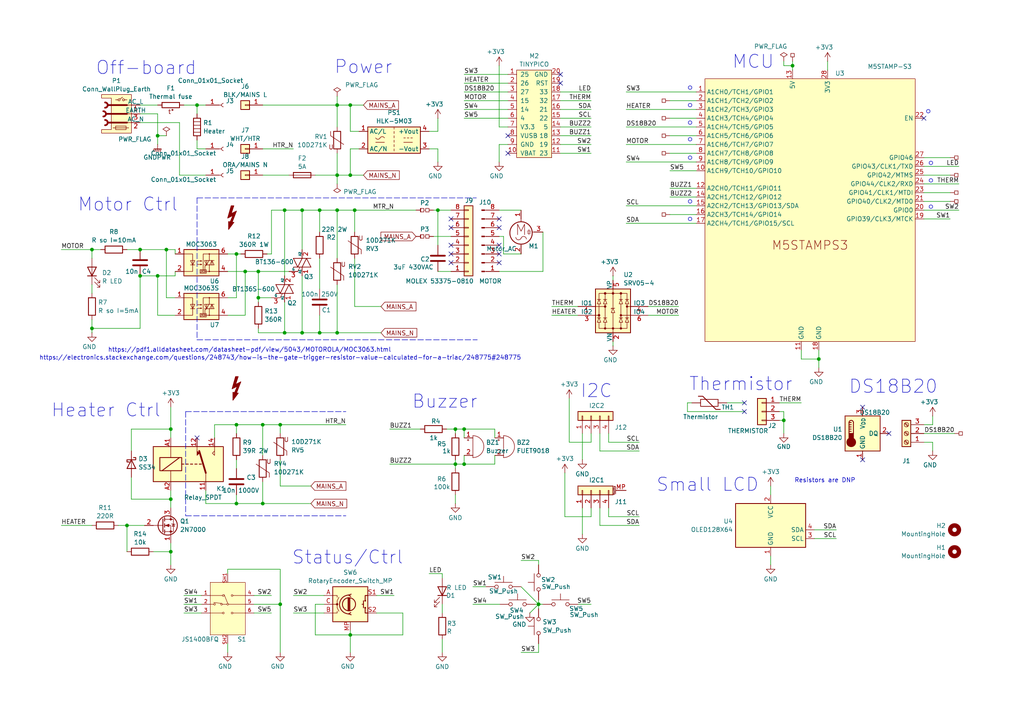
<source format=kicad_sch>
(kicad_sch (version 20231120) (generator "eeschema") (generator_version "8.0")
  (paper "A4")
  (title_block (title "Panoboard2") (date "2024-07-10") (rev "1.0c"))
  (junction (at 68.58 146.05))
  (junction (at 101.6 30.48))
  (junction (at 26.67 72.39))
  (junction (at 74.93 86.36))
  (junction (at 237.49 104.14))
  (junction (at 45.72 39.37))
  (junction (at 132.08 124.46))
  (junction (at 26.67 95.25))
  (junction (at 127 60.96))
  (junction (at 82.55 60.96))
  (junction (at 76.2 123.19))
  (junction (at 74.93 78.74))
  (junction (at 229.87 19.05))
  (junction (at 101.6 50.8))
  (junction (at 97.79 50.8))
  (junction (at 40.64 72.39))
  (junction (at 97.79 60.96))
  (junction (at 81.28 175.26))
  (junction (at 227.33 121.92))
  (junction (at 97.79 30.48))
  (junction (at 49.53 124.46))
  (junction (at 49.53 144.78))
  (junction (at 92.71 96.52))
  (junction (at 132.08 134.62))
  (junction (at 36.83 152.4))
  (junction (at 102.87 60.96))
  (junction (at 40.64 80.01))
  (junction (at 134.62 124.46))
  (junction (at 76.2 146.05))
  (junction (at 87.63 96.52))
  (junction (at 68.58 73.66))
  (junction (at 57.15 30.48))
  (junction (at 134.62 134.62))
  (junction (at 101.6 184.15))
  (junction (at 87.63 60.96))
  (junction (at 81.28 123.19))
  (junction (at 68.58 123.19))
  (junction (at 97.79 96.52))
  (junction (at 156.21 175.26))
  (junction (at 49.53 160.02))
  (junction (at 82.55 96.52))
  (junction (at 48.26 72.39))
  (junction (at 71.12 78.74))
  (junction (at 92.71 60.96))
  (junction (at 45.72 80.01))
  (no_connect (at 267.97 34.29))
  (no_connect (at 162.56 21.59))
  (no_connect (at 147.32 39.37))
  (no_connect (at 130.81 63.5))
  (no_connect (at 144.78 66.04))
  (no_connect (at 215.9 116.84))
  (no_connect (at 147.32 44.45))
  (no_connect (at 144.78 76.2))
  (no_connect (at 162.56 24.13))
  (no_connect (at 130.81 71.12))
  (no_connect (at 130.81 73.66))
  (no_connect (at 57.15 127))
  (no_connect (at 250.19 133.35))
  (no_connect (at 144.78 73.66))
  (no_connect (at 250.19 118.11))
  (no_connect (at 130.81 76.2))
  (no_connect (at 215.9 119.38))
  (no_connect (at 144.78 63.5))
  (no_connect (at 144.78 71.12))
  (no_connect (at 130.81 66.04))
  (no_connect (at 257.81 125.73))
  (wire (pts (xy 162.56 26.67) (xy 171.45 26.67)))
  (wire (pts (xy 171.45 147.32) (xy 171.45 149.86)))
  (wire (pts (xy 101.6 184.15) (xy 101.6 189.23)))
  (wire (pts (xy 137.16 170.18) (xy 140.97 170.18)))
  (wire (pts (xy 85.09 172.72) (xy 93.98 172.72)))
  (wire (pts (xy 81.28 165.1) (xy 81.28 175.26)))
  (wire (pts (xy 147.32 36.83) (xy 144.78 36.83)))
  (wire (pts (xy 232.41 104.14) (xy 237.49 104.14)))
  (wire (pts (xy 267.97 123.19) (xy 270.51 123.19)))
  (wire (pts (xy 45.72 39.37) (xy 45.72 41.91)))
  (wire (pts (xy 62.23 123.19) (xy 68.58 123.19)))
  (wire (pts (xy 124.46 166.37) (xy 128.27 166.37)))
  (wire (pts (xy 74.93 96.52) (xy 82.55 96.52)))
  (wire (pts (xy 171.45 128.27) (xy 165.1 128.27)))
  (wire (pts (xy 160.02 88.9) (xy 167.64 88.9)))
  (wire (pts (xy 49.53 144.78) (xy 49.53 147.32)))
  (wire (pts (xy 132.08 133.35) (xy 132.08 134.62)))
  (wire (pts (xy 74.93 86.36) (xy 78.74 86.36)))
  (wire (pts (xy 134.62 29.21) (xy 147.32 29.21)))
  (wire (pts (xy 127 71.12) (xy 127 60.96)))
  (wire (pts (xy 76.2 30.48) (xy 97.79 30.48)))
  (wire (pts (xy 128.27 185.42) (xy 128.27 189.23)))
  (wire (pts (xy 109.22 177.8) (xy 116.84 177.8)))
  (wire (pts (xy 52.07 35.56) (xy 52.07 50.8)))
  (wire (pts (xy 53.34 175.26) (xy 58.42 175.26)))
  (wire (pts (xy 76.2 123.19) (xy 76.2 132.08)))
  (wire (pts (xy 87.63 80.01) (xy 87.63 96.52)))
  (wire (pts (xy 223.52 140.97) (xy 223.52 143.51)))
  (wire (pts (xy 156.21 162.56) (xy 156.21 163.83)))
  (wire (pts (xy 227.33 119.38) (xy 226.06 119.38)))
  (wire (pts (xy 57.15 30.48) (xy 59.69 30.48)))
  (wire (pts (xy 160.02 91.44) (xy 167.64 91.44)))
  (wire (pts (xy 40.64 35.56) (xy 52.07 35.56)))
  (wire (pts (xy 82.55 96.52) (xy 82.55 87.63)))
  (wire (pts (xy 176.53 128.27) (xy 185.42 128.27)))
  (wire (pts (xy 82.55 96.52) (xy 87.63 96.52)))
  (wire (pts (xy 171.45 149.86) (xy 163.83 149.86)))
  (wire (pts (xy 237.49 104.14) (xy 237.49 101.6)))
  (wire (pts (xy 101.6 38.1) (xy 101.6 30.48)))
  (wire (pts (xy 52.07 50.8) (xy 59.69 50.8)))
  (wire (pts (xy 134.62 124.46) (xy 143.51 124.46)))
  (wire (pts (xy 151.13 189.23) (xy 156.21 189.23)))
  (wire (pts (xy 144.78 19.05) (xy 144.78 36.83)))
  (wire (pts (xy 267.97 45.72) (xy 275.59 45.72)))
  (wire (pts (xy 53.34 172.72) (xy 58.42 172.72)))
  (wire (pts (xy 49.53 124.46) (xy 49.53 127)))
  (wire (pts (xy 151.13 170.18) (xy 156.21 175.26)))
  (wire (pts (xy 45.72 33.02) (xy 45.72 39.37)))
  (wire (pts (xy 101.6 50.8) (xy 97.79 50.8)))
  (wire (pts (xy 151.13 162.56) (xy 156.21 162.56)))
  (wire (pts (xy 267.97 55.88) (xy 275.59 55.88)))
  (wire (pts (xy 85.09 177.8) (xy 93.98 177.8)))
  (wire (pts (xy 267.97 48.26) (xy 278.13 48.26)))
  (wire (pts (xy 124.46 38.1) (xy 127 38.1)))
  (wire (pts (xy 229.87 19.05) (xy 229.87 20.32)))
  (wire (pts (xy 66.04 186.69) (xy 66.04 189.23)))
  (wire (pts (xy 128.27 166.37) (xy 128.27 167.64)))
  (wire (pts (xy 49.53 118.11) (xy 49.53 124.46)))
  (wire (pts (xy 81.28 140.97) (xy 90.17 140.97)))
  (wire (pts (xy 143.51 132.08) (xy 143.51 134.62)))
  (wire (pts (xy 134.62 34.29) (xy 147.32 34.29)))
  (wire (pts (xy 156.21 175.26) (xy 153.67 177.8)))
  (wire (pts (xy 71.12 91.44) (xy 71.12 78.74)))
  (wire (pts (xy 134.62 124.46) (xy 134.62 127)))
  (wire (pts (xy 127 34.29) (xy 127 38.1)))
  (wire (pts (xy 92.71 60.96) (xy 97.79 60.96)))
  (wire (pts (xy 129.54 124.46) (xy 132.08 124.46)))
  (wire (pts (xy 176.53 149.86) (xy 185.42 149.86)))
  (wire (pts (xy 127 43.18) (xy 127 46.99)))
  (wire (pts (xy 73.66 177.8) (xy 78.74 177.8)))
  (wire (pts (xy 50.8 91.44) (xy 45.72 91.44)))
  (wire (pts (xy 173.99 130.81) (xy 185.42 130.81)))
  (wire (pts (xy 92.71 60.96) (xy 92.71 67.31)))
  (wire (pts (xy 173.99 152.4) (xy 185.42 152.4)))
  (wire (pts (xy 66.04 73.66) (xy 68.58 73.66)))
  (wire (pts (xy 267.97 58.42) (xy 275.59 58.42)))
  (wire (pts (xy 267.97 125.73) (xy 276.86 125.73)))
  (wire (pts (xy 76.2 50.8) (xy 83.82 50.8)))
  (wire (pts (xy 26.67 92.71) (xy 26.67 95.25)))
  (wire (pts (xy 66.04 86.36) (xy 68.58 86.36)))
  (wire (pts (xy 91.44 50.8) (xy 97.79 50.8)))
  (wire (pts (xy 76.2 146.05) (xy 90.17 146.05)))
  (wire (pts (xy 144.78 68.58) (xy 146.05 68.58)))
  (wire (pts (xy 177.8 99.06) (xy 177.8 100.33)))
  (wire (pts (xy 116.84 177.8) (xy 116.84 184.15)))
  (wire (pts (xy 97.79 96.52) (xy 110.49 96.52)))
  (wire (pts (xy 173.99 125.73) (xy 173.99 130.81)))
  (wire (pts (xy 45.72 80.01) (xy 40.64 80.01)))
  (wire (pts (xy 181.61 26.67) (xy 201.93 26.67)))
  (wire (pts (xy 68.58 133.35) (xy 68.58 135.89)))
  (wire (pts (xy 181.61 64.77) (xy 201.93 64.77)))
  (wire (pts (xy 157.48 67.31) (xy 157.48 78.74)))
  (wire (pts (xy 128.27 175.26) (xy 128.27 177.8)))
  (wire (pts (xy 134.62 26.67) (xy 147.32 26.67)))
  (wire (pts (xy 181.61 31.75) (xy 201.93 31.75)))
  (wire (pts (xy 76.2 139.7) (xy 76.2 146.05)))
  (wire (pts (xy 167.64 175.26) (xy 171.45 175.26)))
  (wire (pts (xy 102.87 60.96) (xy 102.87 67.31)))
  (wire (pts (xy 223.52 161.29) (xy 223.52 163.83)))
  (wire (pts (xy 227.33 19.05) (xy 229.87 19.05)))
  (wire (pts (xy 97.79 30.48) (xy 97.79 36.83)))
  (wire (pts (xy 187.96 88.9) (xy 196.85 88.9)))
  (wire (pts (xy 194.31 44.45) (xy 201.93 44.45)))
  (wire (pts (xy 26.67 72.39) (xy 29.21 72.39)))
  (wire (pts (xy 92.71 91.44) (xy 92.71 96.52)))
  (wire (pts (xy 240.03 17.78) (xy 240.03 20.32)))
  (polyline (pts (xy 57.15 57.404) (xy 138.176 57.404)) (stroke (width 0) (type dash)))
  (wire (pts (xy 176.53 147.32) (xy 176.53 149.86)))
  (wire (pts (xy 132.08 143.51) (xy 132.08 146.05)))
  (wire (pts (xy 171.45 125.73) (xy 171.45 128.27)))
  (wire (pts (xy 83.82 78.74) (xy 74.93 78.74)))
  (wire (pts (xy 104.14 38.1) (xy 101.6 38.1)))
  (wire (pts (xy 116.84 184.15) (xy 101.6 184.15)))
  (wire (pts (xy 227.33 119.38) (xy 227.33 121.92)))
  (wire (pts (xy 226.06 116.84) (xy 232.41 116.84)))
  (wire (pts (xy 132.08 135.89) (xy 132.08 134.62)))
  (wire (pts (xy 26.67 82.55) (xy 26.67 85.09)))
  (wire (pts (xy 57.15 30.48) (xy 57.15 33.02)))
  (wire (pts (xy 267.97 53.34) (xy 278.13 53.34)))
  (wire (pts (xy 66.04 78.74) (xy 71.12 78.74)))
  (wire (pts (xy 68.58 123.19) (xy 68.58 125.73)))
  (wire (pts (xy 87.63 96.52) (xy 92.71 96.52)))
  (wire (pts (xy 76.2 123.19) (xy 81.28 123.19)))
  (wire (pts (xy 68.58 86.36) (xy 68.58 73.66)))
  (wire (pts (xy 101.6 184.15) (xy 91.44 184.15)))
  (wire (pts (xy 101.6 182.88) (xy 101.6 184.15)))
  (wire (pts (xy 168.91 125.73) (xy 168.91 133.35)))
  (wire (pts (xy 50.8 72.39) (xy 48.26 72.39)))
  (wire (pts (xy 194.31 49.53) (xy 201.93 49.53)))
  (wire (pts (xy 127 60.96) (xy 130.81 60.96)))
  (wire (pts (xy 229.87 17.78) (xy 229.87 19.05)))
  (wire (pts (xy 267.97 50.8) (xy 275.59 50.8)))
  (wire (pts (xy 97.79 50.8) (xy 97.79 53.34)))
  (wire (pts (xy 227.33 121.92) (xy 226.06 121.92)))
  (wire (pts (xy 165.1 115.57) (xy 165.1 128.27)))
  (wire (pts (xy 101.6 50.8) (xy 105.41 50.8)))
  (wire (pts (xy 210.82 116.84) (xy 215.9 116.84)))
  (wire (pts (xy 227.33 17.78) (xy 227.33 19.05)))
  (wire (pts (xy 50.8 80.01) (xy 45.72 80.01)))
  (wire (pts (xy 144.78 41.91) (xy 144.78 46.99)))
  (wire (pts (xy 36.83 152.4) (xy 41.91 152.4)))
  (wire (pts (xy 132.08 134.62) (xy 113.03 134.62)))
  (wire (pts (xy 40.64 80.01) (xy 40.64 95.25)))
  (wire (pts (xy 97.79 27.94) (xy 97.79 30.48)))
  (wire (pts (xy 181.61 36.83) (xy 201.93 36.83)))
  (polyline (pts (xy 53.848 149.606) (xy 100.33 149.606)) (stroke (width 0) (type dash)))
  (wire (pts (xy 74.93 78.74) (xy 74.93 86.36)))
  (polyline (pts (xy 53.848 119.38) (xy 53.848 149.606)) (stroke (width 0) (type dash)))
  (wire (pts (xy 181.61 59.69) (xy 201.93 59.69)))
  (polyline (pts (xy 57.15 98.552) (xy 138.43 98.552)) (stroke (width 0) (type dash)))
  (wire (pts (xy 137.16 175.26) (xy 145.034 175.26)))
  (wire (pts (xy 59.69 146.05) (xy 68.58 146.05)))
  (wire (pts (xy 194.31 34.29) (xy 201.93 34.29)))
  (wire (pts (xy 113.03 124.46) (xy 121.92 124.46)))
  (wire (pts (xy 176.53 125.73) (xy 176.53 128.27)))
  (wire (pts (xy 146.05 73.66) (xy 151.13 73.66)))
  (wire (pts (xy 78.74 73.66) (xy 77.47 73.66)))
  (wire (pts (xy 36.83 72.39) (xy 40.64 72.39)))
  (wire (pts (xy 92.71 74.93) (xy 92.71 83.82)))
  (wire (pts (xy 270.51 123.19) (xy 270.51 120.65)))
  (wire (pts (xy 97.79 30.48) (xy 101.6 30.48)))
  (wire (pts (xy 97.79 60.96) (xy 102.87 60.96)))
  (wire (pts (xy 267.97 63.5) (xy 275.59 63.5)))
  (wire (pts (xy 17.78 152.4) (xy 26.67 152.4)))
  (wire (pts (xy 194.31 57.15) (xy 201.93 57.15)))
  (wire (pts (xy 81.28 133.35) (xy 81.28 140.97)))
  (wire (pts (xy 101.6 30.48) (xy 105.41 30.48)))
  (wire (pts (xy 74.93 86.36) (xy 74.93 87.63)))
  (wire (pts (xy 109.22 172.72) (xy 114.3 172.72)))
  (wire (pts (xy 97.79 44.45) (xy 97.79 50.8)))
  (wire (pts (xy 40.64 33.02) (xy 45.72 33.02)))
  (wire (pts (xy 134.62 24.13) (xy 147.32 24.13)))
  (wire (pts (xy 232.41 101.6) (xy 232.41 104.14)))
  (wire (pts (xy 48.26 86.36) (xy 48.26 72.39)))
  (wire (pts (xy 69.85 73.66) (xy 68.58 73.66)))
  (wire (pts (xy 50.8 73.66) (xy 50.8 72.39)))
  (wire (pts (xy 156.21 175.26) (xy 156.21 176.53)))
  (wire (pts (xy 26.67 72.39) (xy 26.67 74.93)))
  (polyline (pts (xy 53.848 119.38) (xy 100.33 119.38)) (stroke (width 0) (type dash)))
  (wire (pts (xy 171.45 34.29) (xy 162.56 34.29)))
  (wire (pts (xy 168.91 147.32) (xy 168.91 154.94)))
  (wire (pts (xy 66.04 165.1) (xy 81.28 165.1)))
  (wire (pts (xy 156.21 186.69) (xy 156.21 189.23)))
  (wire (pts (xy 199.39 119.38) (xy 215.9 119.38)))
  (wire (pts (xy 92.71 96.52) (xy 97.79 96.52)))
  (wire (pts (xy 125.73 68.58) (xy 130.81 68.58)))
  (wire (pts (xy 38.1 124.46) (xy 38.1 130.81)))
  (wire (pts (xy 38.1 144.78) (xy 49.53 144.78)))
  (wire (pts (xy 26.67 95.25) (xy 26.67 96.52)))
  (wire (pts (xy 162.56 39.37) (xy 171.45 39.37)))
  (wire (pts (xy 200.66 116.84) (xy 199.39 116.84)))
  (wire (pts (xy 66.04 165.1) (xy 66.04 166.37)))
  (wire (pts (xy 59.69 142.24) (xy 59.69 146.05)))
  (wire (pts (xy 91.44 175.26) (xy 93.98 175.26)))
  (wire (pts (xy 134.62 134.62) (xy 143.51 134.62)))
  (wire (pts (xy 156.21 175.26) (xy 157.48 175.26)))
  (wire (pts (xy 181.61 41.91) (xy 201.93 41.91)))
  (wire (pts (xy 26.67 95.25) (xy 40.64 95.25)))
  (wire (pts (xy 53.34 177.8) (xy 58.42 177.8)))
  (wire (pts (xy 82.55 60.96) (xy 87.63 60.96)))
  (wire (pts (xy 78.74 60.96) (xy 78.74 73.66)))
  (wire (pts (xy 91.44 184.15) (xy 91.44 175.26)))
  (wire (pts (xy 97.79 60.96) (xy 97.79 74.93)))
  (wire (pts (xy 162.56 29.21) (xy 171.45 29.21)))
  (wire (pts (xy 163.83 137.16) (xy 163.83 149.86)))
  (wire (pts (xy 38.1 124.46) (xy 49.53 124.46)))
  (wire (pts (xy 237.49 104.14) (xy 237.49 106.68)))
  (wire (pts (xy 156.21 173.99) (xy 156.21 175.26)))
  (wire (pts (xy 132.08 124.46) (xy 134.62 124.46)))
  (wire (pts (xy 73.66 175.26) (xy 81.28 175.26)))
  (wire (pts (xy 49.53 142.24) (xy 49.53 144.78)))
  (wire (pts (xy 45.72 91.44) (xy 45.72 80.01)))
  (wire (pts (xy 50.8 78.74) (xy 50.8 80.01)))
  (wire (pts (xy 194.31 54.61) (xy 201.93 54.61)))
  (wire (pts (xy 134.62 134.62) (xy 132.08 134.62)))
  (wire (pts (xy 78.74 60.96) (xy 82.55 60.96)))
  (wire (pts (xy 132.08 124.46) (xy 132.08 125.73)))
  (wire (pts (xy 177.8 80.01) (xy 177.8 81.28)))
  (wire (pts (xy 38.1 144.78) (xy 38.1 138.43)))
  (wire (pts (xy 68.58 146.05) (xy 76.2 146.05)))
  (wire (pts (xy 146.05 68.58) (xy 146.05 73.66)))
  (wire (pts (xy 155.194 175.26) (xy 156.21 175.26)))
  (wire (pts (xy 127 78.74) (xy 130.81 78.74)))
  (wire (pts (xy 68.58 143.51) (xy 68.58 146.05)))
  (wire (pts (xy 236.22 156.21) (xy 242.57 156.21)))
  (wire (pts (xy 73.66 172.72) (xy 78.74 172.72)))
  (wire (pts (xy 57.15 43.18) (xy 59.69 43.18)))
  (wire (pts (xy 173.99 147.32) (xy 173.99 152.4)))
  (wire (pts (xy 81.28 175.26) (xy 81.28 189.23)))
  (wire (pts (xy 50.8 86.36) (xy 48.26 86.36)))
  (wire (pts (xy 40.64 30.48) (xy 45.72 30.48)))
  (wire (pts (xy 49.53 160.02) (xy 49.53 163.83)))
  (wire (pts (xy 270.51 128.27) (xy 270.51 130.81)))
  (wire (pts (xy 227.33 121.92) (xy 227.33 125.73)))
  (wire (pts (xy 81.28 123.19) (xy 81.28 125.73)))
  (wire (pts (xy 87.63 60.96) (xy 92.71 60.96)))
  (wire (pts (xy 134.62 21.59) (xy 147.32 21.59)))
  (wire (pts (xy 71.12 78.74) (xy 74.93 78.74)))
  (wire (pts (xy 194.31 62.23) (xy 201.93 62.23)))
  (wire (pts (xy 187.96 91.44) (xy 196.85 91.44)))
  (wire (pts (xy 48.26 72.39) (xy 40.64 72.39)))
  (wire (pts (xy 36.83 152.4) (xy 36.83 160.02)))
  (wire (pts (xy 143.51 127) (xy 143.51 124.46)))
  (wire (pts (xy 199.39 116.84) (xy 199.39 119.38)))
  (wire (pts (xy 124.46 43.18) (xy 127 43.18)))
  (wire (pts (xy 53.34 30.48) (xy 57.15 30.48)))
  (wire (pts (xy 104.14 43.18) (xy 101.6 43.18)))
  (wire (pts (xy 17.78 72.39) (xy 26.67 72.39)))
  (wire (pts (xy 81.28 123.19) (xy 100.33 123.19)))
  (wire (pts (xy 194.31 39.37) (xy 201.93 39.37)))
  (wire (pts (xy 125.73 60.96) (xy 127 60.96)))
  (wire (pts (xy 134.62 31.75) (xy 147.32 31.75)))
  (wire (pts (xy 267.97 60.96) (xy 278.13 60.96)))
  (wire (pts (xy 144.78 78.74) (xy 157.48 78.74)))
  (wire (pts (xy 57.15 40.64) (xy 57.15 43.18)))
  (wire (pts (xy 162.56 36.83) (xy 171.45 36.83)))
  (wire (pts (xy 87.63 60.96) (xy 87.63 72.39)))
  (wire (pts (xy 194.31 29.21) (xy 201.93 29.21)))
  (wire (pts (xy 236.22 153.67) (xy 242.57 153.67)))
  (wire (pts (xy 162.56 44.45) (xy 171.45 44.45)))
  (wire (pts (xy 102.87 60.96) (xy 120.65 60.96)))
  (wire (pts (xy 101.6 43.18) (xy 101.6 50.8)))
  (wire (pts (xy 97.79 82.55) (xy 97.79 96.52)))
  (wire (pts (xy 134.62 134.62) (xy 134.62 132.08)))
  (wire (pts (xy 76.2 43.18) (xy 85.09 43.18)))
  (wire (pts (xy 102.87 88.9) (xy 110.49 88.9)))
  (wire (pts (xy 66.04 91.44) (xy 71.12 91.44)))
  (wire (pts (xy 82.55 60.96) (xy 82.55 80.01)))
  (wire (pts (xy 181.61 46.99) (xy 201.93 46.99)))
  (wire (pts (xy 171.45 31.75) (xy 162.56 31.75)))
  (wire (pts (xy 49.53 157.48) (xy 49.53 160.02)))
  (wire (pts (xy 34.29 152.4) (xy 36.83 152.4)))
  (wire (pts (xy 45.72 39.37) (xy 48.26 39.37)))
  (polyline (pts (xy 57.15 57.404) (xy 57.15 98.552)) (stroke (width 0) (type dash)))
  (wire (pts (xy 74.93 95.25) (xy 74.93 96.52)))
  (wire (pts (xy 144.78 60.96) (xy 151.13 60.96)))
  (wire (pts (xy 68.58 123.19) (xy 76.2 123.19)))
  (wire (pts (xy 147.32 41.91) (xy 144.78 41.91)))
  (wire (pts (xy 267.97 128.27) (xy 270.51 128.27)))
  (wire (pts (xy 162.56 41.91) (xy 171.45 41.91)))
  (wire (pts (xy 44.45 160.02) (xy 49.53 160.02)))
  (wire (pts (xy 62.23 127) (xy 62.23 123.19)))
  (wire (pts (xy 102.87 74.93) (xy 102.87 88.9)))
  (circle (center 200.152 40.386) (radius 0.508))
  (circle (center 200.152 58.42) (radius 0.508))
  (circle (center 270.002 47.244) (radius 0.508))
  (circle (center 200.152 35.56) (radius 0.508))
  (circle (center 270.002 59.944) (radius 0.508))
  (circle (center 200.152 63.5) (radius 0.508))
  (circle (center 200.152 45.72) (radius 0.508))
  (circle (center 200.152 25.4) (radius 0.508))
  (circle (center 270.002 52.324) (radius 0.508))
  (circle (center 269.24 32.258) (radius 0.508))
  (circle (center 200.152 30.48) (radius 0.508))
  (text "Resistors are DNP" (at 239.268 139.446 0) (effects (font (size 1.27 1.27))))
  (text "Status/Ctrl" (at 100.838 161.798 0) (effects (font (size 3.81 3.81))))
  (text "https://pdf1.alldatasheet.com/datasheet-pdf/view/5043/MOTOROLA/MOC3063.html" (at 72.39 101.6 0) (effects (font (size 1.27 1.27))))
  (text "MCU" (at 218.44 18.034 0) (effects (font (size 3.81 3.81))))
  (text "Small LCD" (at 205.232 140.716 0) (effects (font (size 3.81 3.81))))
  (text "Off-board" (at 42.418 19.812 0) (effects (font (size 3.81 3.81))))
  (text "Buzzer" (at 129.032 116.586 0) (effects (font (size 3.81 3.81))))
  (text "https://electronics.stackexchange.com/questions/248743/how-is-the-gate-trigger-resistor-value-calculated-for-a-triac/248775#248775" (at 81.28 103.886 0) (effects (font (size 1.27 1.27))))
  (text "Power" (at 105.41 19.558 0) (effects (font (size 3.81 3.81))))
  (text "I2C" (at 172.974 113.538 0) (effects (font (size 3.81 3.81))))
  (text "DS18B20" (at 259.08 112.268 0) (effects (font (size 3.81 3.81))))
  (text "Heater Ctrl" (at 30.734 119.126 0) (effects (font (size 3.81 3.81))))
  (text "Motor Ctrl" (at 37.084 59.436 0) (effects (font (size 3.81 3.81))))
  (text "Thermistor" (at 214.884 111.506 0) (effects (font (size 3.83 3.83))))
  (label "SW3" (at 181.61 26.67 0))
  (label "SW2" (at 171.45 41.91 180))
  (label "MTR_N" (at 114.3 60.96 180))
  (label "SCL" (at 171.45 34.29 180))
  (label "BUZZ1" (at 194.31 54.61 0))
  (label "DS18B20" (at 276.86 125.73 180))
  (label "MOTOR" (at 17.78 72.39 0))
  (label "DS18B20" (at 181.61 36.83 0))
  (label "HEATER" (at 160.02 91.44 0))
  (label "HTR_N" (at 100.33 123.19 180))
  (label "SCL" (at 242.57 156.21 180))
  (label "THERM" (at 232.41 116.84 180))
  (label "MOTOR" (at 196.85 91.44 180))
  (label "HEATER" (at 134.62 24.13 0))
  (label "MOTOR" (at 181.61 41.91 0))
  (label "SW1" (at 114.3 172.72 180))
  (label "THERM" (at 278.13 53.34 180))
  (label "SW1" (at 171.45 44.45 180))
  (label "SW3" (at 53.34 177.8 0))
  (label "DS18B20" (at 134.62 26.67 0))
  (label "BUZZ1" (at 113.03 124.46 0))
  (label "DS18B20" (at 196.85 88.9 180))
  (label "SCL" (at 181.61 59.69 0))
  (label "SW3" (at 85.09 177.8 0))
  (label "SDA" (at 185.42 152.4 180))
  (label "SW2" (at 278.13 60.96 180))
  (label "THERM" (at 171.45 29.21 180))
  (label "SW4" (at 181.61 46.99 0))
  (label "SW4" (at 53.34 172.72 0))
  (label "SW1" (at 275.59 63.5 180))
  (label "SW3" (at 151.13 189.23 0))
  (label "LED" (at 124.46 166.37 0))
  (label "HEATER" (at 181.61 31.75 0))
  (label "SCL" (at 185.42 149.86 180))
  (label "BUZZ1" (at 171.45 39.37 180))
  (label "SW3" (at 134.62 21.59 0))
  (label "HEATER" (at 17.78 152.4 0))
  (label "THERM" (at 160.02 88.9 0))
  (label "BUZZ2" (at 194.31 57.15 0))
  (label "SW1" (at 53.34 175.26 0))
  (label "SW4" (at 134.62 31.75 0))
  (label "SW5" (at 134.62 34.29 0))
  (label "SDA" (at 185.42 130.81 180))
  (label "SDA" (at 181.61 64.77 0))
  (label "SW2" (at 151.13 162.56 0))
  (label "SW5" (at 171.45 175.26 180))
  (label "SW4" (at 137.16 175.26 0))
  (label "SDA" (at 171.45 31.75 180))
  (label "LED" (at 278.13 48.26 180))
  (label "SCL" (at 185.42 128.27 180))
  (label "LED" (at 171.45 26.67 180))
  (label "SW5" (at 194.31 49.53 0))
  (label "HTR_N" (at 85.09 43.18 180))
  (label "MOTOR" (at 134.62 29.21 0))
  (label "BUZZ2" (at 171.45 36.83 180))
  (label "SW2" (at 78.74 172.72 180))
  (label "BUZZ2" (at 113.03 134.62 0))
  (label "SW2" (at 85.09 172.72 0))
  (label "SW1" (at 137.16 170.18 0))
  (label "SDA" (at 242.57 153.67 180))
  (label "SW5" (at 78.74 177.8 180))
  (global_label "MAINS_A" (shape input) (at 110.49 88.9 0) (property "Intersheetrefs" "${INTERSHEET_REFS}" (effects (hide yes))))
  (global_label "MAINS_A" (shape input) (at 105.41 30.48 0) (property "Intersheetrefs" "${INTERSHEET_REFS}" (effects (hide yes))))
  (global_label "MAINS_N" (shape input) (at 110.49 96.52 0) (property "Intersheetrefs" "${INTERSHEET_REFS}" (effects (hide yes))))
  (global_label "MAINS_N" (shape input) (at 105.41 50.8 0) (property "Intersheetrefs" "${INTERSHEET_REFS}" (effects (hide yes))))
  (global_label "MAINS_A" (shape input) (at 120.65 68.58 180) (property "Intersheetrefs" "${INTERSHEET_REFS}" (effects (hide yes))))
  (global_label "MAINS_A" (shape input) (at 90.17 140.97 0) (property "Intersheetrefs" "${INTERSHEET_REFS}" (effects (hide yes))))
  (global_label "MAINS_N" (shape input) (at 90.17 146.05 0) (property "Intersheetrefs" "${INTERSHEET_REFS}" (effects (hide yes))))
  (symbol (lib_id "Triac_Thyristor:BT136-600") (at 87.63 76.2 0) (unit 1)
    (property "Reference" "Q3" (at 88.138 80.264 0) (effects (justify left)))
    (property "Value" "BT136-600" (at 73.914 75.946 0) (effects (justify left)))
    (property "Footprint" "local:TO-220-3_Vertical" (effects (hide yes)))
    (property "Datasheet" "http://www.micropik.com/PDF/BT136-600.pdf" (effects (hide yes)))
    (property "Description" "4A RMS, 500V Off-State Voltage, Triac, TO-220" (effects (hide yes)))
    (property "LCSC" "C5455738" (effects (hide yes)))
    (property "TODO" "1" (effects (hide yes)))
  )
  (symbol (lib_id "local:PCB_Patch") (at 123.19 68.58 0) (unit 1) (in_bom no)
    (property "Reference" "P3" (at 123.19 66.4789 0))
    (property "Value" "PCB_Patch" (effects (hide yes)))
    (property "Footprint" "local:SolderJumper-2_P1.3mm_Bridged_Pad1.0x1.5mm" (effects (hide yes)))
    (property "Description" "Jumper, normally closed, small symbol" (effects (hide yes)))
    (property "TODO" "1" (effects (hide yes)))
  )
  (symbol (lib_id "power:PWR_FLAG") (at 97.79 53.34 0) (mirror x) (unit 1)
    (property "Reference" "#FLG03" (effects (hide yes)))
    (property "Value" "PWR_FLAG" (at 104.394 55.626 0))
    (property "Description" "Special symbol for telling ERC where power comes from" (effects (hide yes)))
  )
  (symbol (lib_id "power:+3V3") (at 270.51 120.65 0) (unit 1)
    (property "Reference" "#PWR02" (effects (hide yes)))
    (property "Value" "+3V3" (at 269.494 116.586 0))
    (property "Description" "Power symbol creates a global label with name \"+3V3\"" (effects (hide yes)))
  )
  (symbol (lib_id "local:OLED128X64") (at 223.52 151.13 0) (mirror y) (unit 1) (on_board no)
    (property "Reference" "U4" (at 212.598 151.1878 0) (effects (justify left)))
    (property "Value" "OLED128X64" (at 212.598 153.6121 0) (effects (justify left)))
    (property "Footprint" "local:128x64OLED" (effects (hide yes)))
    (property "Description" "OLED SSD1306 128x64 I2C Display" (effects (hide yes)))
    (property "AliExpress" "1005006373062872" (effects (hide yes)))
  )
  (symbol (lib_id "power:GND") (at 153.67 177.8 0) (mirror y) (unit 1)
    (property "Reference" "#PWR09" (effects (hide yes)))
    (property "Value" "GND" (at 150.622 181.102 0))
    (property "Description" "Power symbol creates a global label with name \"GND\" , ground" (effects (hide yes)))
  )
  (symbol (lib_id "Device:C") (at 127 74.93 0) (mirror x) (unit 1)
    (property "Reference" "C2" (at 121.92 75.184 0) (effects (justify left)))
    (property "Value" "3uF 430VAC" (at 114.046 77.47 0) (effects (justify left)))
    (property "Footprint" "local:C_Rect_L24.0mm_W12.6mm_P20.00mm_MKT" (effects (hide yes)))
    (property "Description" "Unpolarized capacitor" (effects (hide yes)))
    (property "LCSC" "C109727,C434402,C328775" (effects (hide yes)))
    (property "TODO" "1" (effects (hide yes)))
    (property "AliExpress" "1005006292339527" (effects (hide yes)))
  )
  (symbol (lib_id "power:GND") (at 101.6 189.23 0) (unit 1)
    (property "Reference" "#PWR017" (effects (hide yes)))
    (property "Value" "GND" (at 100.838 193.294 0))
    (property "Description" "Power symbol creates a global label with name \"GND\" , ground" (effects (hide yes)))
  )
  (symbol (lib_id "local:PCB_Pin_Breakout") (at 191.77 29.21 0) (mirror y) (unit 1) (in_bom no)
    (property "Reference" "JP22" (effects (hide yes)))
    (property "Value" "PCB_Pin_Breakout" (effects (hide yes)))
    (property "Footprint" "TestPoint:TestPoint_Pad_1.0x1.0mm" (effects (hide yes)))
    (property "Description" "PCB pin breakout" (effects (hide yes)))
  )
  (symbol (lib_id "power:+3V3") (at 144.78 19.05 0) (unit 1)
    (property "Reference" "#PWR014" (effects (hide yes)))
    (property "Value" "+3V3" (at 143.764 14.986 0))
    (property "Description" "Power symbol creates a global label with name \"+3V3\"" (effects (hide yes)))
  )
  (symbol (lib_id "local:Motor_AC") (at 151.13 66.04 0) (unit 1) (on_board no)
    (property "Reference" "M1" (at 156.21 71.374 0) (effects (justify right)))
    (property "Value" "Motor_AC" (at 149.86 72.136 0) (effects (justify right)))
    (property "Description" "AC Motor" (effects (hide yes)))
  )
  (symbol (lib_id "Device:C") (at 40.64 76.2 0) (unit 1)
    (property "Reference" "C4" (at 41.148 78.74 0) (effects (justify left)))
    (property "Value" "10n" (at 36.322 78.74 0) (effects (justify left)))
    (property "Footprint" "Capacitor_SMD:C_0805_2012Metric" (effects (hide yes)))
    (property "Description" "Unpolarized capacitor" (effects (hide yes)))
    (property "TODO" "1" (effects (hide yes)))
  )
  (symbol (lib_id "power:GNDPWR") (at 45.72 41.91 0) (unit 1)
    (property "Reference" "#PWR01" (effects (hide yes)))
    (property "Value" "GNDPWR" (at 45.593 45.6367 0))
    (property "Description" "Power symbol creates a global label with name \"GNDPWR\" , global ground" (effects (hide yes)))
  )
  (symbol (lib_id "power:+3V3") (at 223.52 140.97 0) (unit 1)
    (property "Reference" "#PWR026" (effects (hide yes)))
    (property "Value" "+3V3" (at 223.52 136.8369 0))
    (property "Description" "Power symbol creates a global label with name \"+3V3\"" (effects (hide yes)))
  )
  (symbol (lib_id "power:GND") (at 223.52 163.83 0) (unit 1)
    (property "Reference" "#PWR027" (effects (hide yes)))
    (property "Value" "GND" (at 223.52 167.9631 0))
    (property "Description" "Power symbol creates a global label with name \"GND\" , ground" (effects (hide yes)))
  )
  (symbol (lib_id "Switch:SW_Push") (at 162.56 175.26 0) (unit 1)
    (property "Reference" "SW5" (at 167.132 176.53 0))
    (property "Value" "SW_Push" (at 169.418 178.308 0))
    (property "Footprint" "local:SW_Push_SPST_NO_432" (effects (hide yes)))
    (property "Description" "Push button switch, generic, two pins" (effects (hide yes)))
    (property "TODO" "1" (effects (hide yes)))
    (property "LCSC" "C255812" (effects (hide yes)))
  )
  (symbol (lib_id "Device:Heater") (at 57.15 36.83 0) (unit 1) (on_board no)
    (property "Reference" "R1" (at 58.928 35.6178 0) (effects (justify left)))
    (property "Value" "Heater" (at 58.928 38.0421 0) (effects (justify left)))
    (property "Description" "Resistive heater" (effects (hide yes)))
  )
  (symbol (lib_id "local:TINYPICO") (at 147.32 21.59 0) (unit 1)
    (property "Reference" "M2" (at 154.94 16.2263 0))
    (property "Value" "TINYPICO" (at 154.94 18.6506 0))
    (property "Footprint" "local:TINYPICO" (effects (hide yes)))
    (property "TODO" "1" (effects (hide yes)))
  )
  (symbol (lib_id "power:PWR_FLAG") (at 227.33 17.78 0) (unit 1)
    (property "Reference" "#FLG04" (effects (hide yes)))
    (property "Value" "PWR_FLAG" (at 223.52 13.462 0))
    (property "Description" "Special symbol for telling ERC where power comes from" (effects (hide yes)))
  )
  (symbol (lib_id "Device:R") (at 30.48 152.4 90) (unit 1)
    (property "Reference" "R11" (at 30.48 147.2395 90))
    (property "Value" "220R" (at 30.48 149.6638 90))
    (property "Footprint" "Resistor_SMD:R_0805_2012Metric" (effects (hide yes)))
    (property "Description" "Resistor" (effects (hide yes)))
  )
  (symbol (lib_id "local:MountingHole") (at 276.86 160.02 0) (mirror y) (unit 1) (in_bom no) (on_board no)
    (property "Reference" "H1" (at 274.32 158.8078 0) (effects (justify left)))
    (property "Value" "MountingHole" (at 274.32 161.2321 0) (effects (justify left)))
    (property "Footprint" "local:MountingHole" (effects (hide yes)))
    (property "Description" "Mounting Hole without connection" (effects (hide yes)))
  )
  (symbol (lib_id "local:Thermal fuse") (at 49.403 30.353 0) (unit 1) (on_board no)
    (property "Reference" "F1" (at 49.53 25.5735 0))
    (property "Value" "Thermal fuse" (at 49.53 27.9978 0))
    (property "Description" "Fuse" (effects (hide yes)))
  )
  (symbol (lib_id "Graphic:SYM_Flash_Small") (at 67.31 63.5 0) (unit 1) (exclude_from_sim yes) (in_bom no)
    (property "Reference" "#SYM2" (effects (hide yes)))
    (property "Value" "SYM_Flash_Small" (effects (hide yes)))
    (property "Footprint" "local:Symbol_HighVoltage_Triangle_8x7mm_Silk" (effects (hide yes)))
    (property "Description" "Flash symbol, small" (effects (hide yes)))
  )
  (symbol (lib_id "Device:R") (at 128.27 181.61 0) (mirror y) (unit 1)
    (property "Reference" "R3" (at 132.334 180.848 0) (effects (justify left)))
    (property "Value" "R" (at 131.064 183.134 0) (effects (justify left)))
    (property "Footprint" "Resistor_SMD:R_0805_2012Metric" (effects (hide yes)))
    (property "Description" "Resistor" (effects (hide yes)))
  )
  (symbol (lib_id "Device:R") (at 125.73 124.46 270) (unit 1)
    (property "Reference" "R4" (at 127.762 122.174 90) (effects (justify right)))
    (property "Value" "1k" (at 127 127 90) (effects (justify right)))
    (property "Footprint" "Resistor_SMD:R_0805_2012Metric" (effects (hide yes)))
    (property "Description" "Resistor" (effects (hide yes)))
  )
  (symbol (lib_id "Device:R") (at 40.64 160.02 270) (unit 1)
    (property "Reference" "R14" (at 40.64 154.8595 90))
    (property "Value" "10k" (at 40.64 157.2838 90))
    (property "Footprint" "Resistor_SMD:R_0805_2012Metric" (effects (hide yes)))
    (property "Description" "Resistor" (effects (hide yes)))
  )
  (symbol (lib_id "local:PCB_Pin_Breakout") (at 191.77 39.37 0) (mirror y) (unit 1) (in_bom no)
    (property "Reference" "JP24" (effects (hide yes)))
    (property "Value" "PCB_Pin_Breakout" (effects (hide yes)))
    (property "Footprint" "TestPoint:TestPoint_Pad_1.0x1.0mm" (effects (hide yes)))
    (property "Description" "PCB pin breakout" (effects (hide yes)))
  )
  (symbol (lib_id "power:+3V3") (at 49.53 118.11 0) (unit 1)
    (property "Reference" "#PWR031" (effects (hide yes)))
    (property "Value" "+3V3" (at 49.53 113.9769 0))
    (property "Description" "Power symbol creates a global label with name \"+3V3\"" (effects (hide yes)))
  )
  (symbol (lib_id "Triac_Thyristor:BT136-600") (at 82.55 83.82 0) (unit 1)
    (property "Reference" "Q2" (at 83.312 87.884 0) (effects (justify left)))
    (property "Value" "BT136S-600" (at 67.31 83.82 0) (effects (justify left)))
    (property "Footprint" "Package_TO_SOT_SMD:TO-252-2" (effects (hide yes)))
    (property "Datasheet" "http://www.micropik.com/PDF/BT136-600.pdf" (effects (hide yes)))
    (property "Description" "4A RMS, 500V Off-State Voltage, Triac, TO-220" (effects (hide yes)))
    (property "LCSC" "C5455738" (effects (hide yes)))
    (property "TODO" "1" (effects (hide yes)))
  )
  (symbol (lib_id "Device:R") (at 33.02 72.39 90) (unit 1)
    (property "Reference" "R8" (at 33.02 67.2295 90))
    (property "Value" "R so I=10mA" (at 33.02 69.6538 90))
    (property "Footprint" "Resistor_SMD:R_0805_2012Metric" (effects (hide yes)))
    (property "Description" "Resistor" (effects (hide yes)))
  )
  (symbol (lib_id "local:PCB_Patch") (at 123.19 60.96 0) (unit 1) (in_bom no)
    (property "Reference" "P2" (at 123.19 58.8589 0))
    (property "Value" "PCB_Patch" (effects (hide yes)))
    (property "Footprint" "local:SolderJumper-2_P1.3mm_Bridged_Pad1.0x1.5mm" (effects (hide yes)))
    (property "Description" "Jumper, normally closed, small symbol" (effects (hide yes)))
    (property "TODO" "1" (effects (hide yes)))
  )
  (symbol (lib_id "Device:C") (at 68.58 139.7 0) (unit 1)
    (property "Reference" "C3" (at 71.501 138.4878 0) (effects (justify left)))
    (property "Value" "10n 1000V" (at 64.516 142.24 0) (effects (justify left)))
    (property "Footprint" "Capacitor_THT:C_Rect_L18.0mm_W7.0mm_P15.00mm_FKS3_FKP3" (effects (hide yes)))
    (property "Description" "Unpolarized capacitor" (effects (hide yes)))
    (property "TODO" "1" (effects (hide yes)))
    (property "AliExpress" "1005006804635979" (effects (hide yes)))
  )
  (symbol (lib_id "Transistor_FET:2N7000") (at 46.99 152.4 0) (unit 1)
    (property "Reference" "Q1" (at 52.197 151.1878 0) (effects (justify left)))
    (property "Value" "2N7000" (at 52.197 153.6121 0) (effects (justify left)))
    (property "Footprint" "Package_TO_SOT_THT:TO-92_Inline" (effects (hide yes)))
    (property "Datasheet" "https://www.vishay.com/docs/70226/70226.pdf" (effects (hide yes)))
    (property "Description" "0.2A Id, 200V Vds, N-Channel MOSFET, 2.6V Logic Level, TO-92" (effects (hide yes)))
    (property "TODO" "1" (effects (hide yes)))
  )
  (symbol (lib_id "Switch:SW_Push") (at 156.21 181.61 90) (unit 1)
    (property "Reference" "SW3" (at 157.353 180.3978 90) (effects (justify right)))
    (property "Value" "SW_Push" (at 157.353 182.8221 90) (effects (justify right)))
    (property "Footprint" "local:SW_Push_SPST_NO_432" (effects (hide yes)))
    (property "Description" "Push button switch, generic, two pins" (effects (hide yes)))
    (property "TODO" "1" (effects (hide yes)))
    (property "LCSC" "C255812" (effects (hide yes)))
  )
  (symbol (lib_id "power:GND") (at 144.78 46.99 0) (unit 1)
    (property "Reference" "#PWR015" (effects (hide yes)))
    (property "Value" "GND" (at 144.018 51.054 0))
    (property "Description" "Power symbol creates a global label with name \"GND\" , ground" (effects (hide yes)))
  )
  (symbol (lib_id "local:Conn_WallPlug_Earth") (at 35.56 33.02 0) (unit 1) (on_board no)
    (property "Reference" "P1" (at 33.782 23.4145 0))
    (property "Value" "Conn_WallPlug_Earth" (at 33.782 25.8388 0))
    (property "Description" "3-pin general wall plug, with Earth wire (110VAC, 220VAC)" (effects (hide yes)))
  )
  (symbol (lib_id "Device:Varistor") (at 97.79 40.64 0) (unit 1)
    (property "Reference" "RV1" (at 94.996 39.624 0) (effects (justify right)))
    (property "Value" "10D271K" (at 94.996 42.0483 0) (effects (justify right)))
    (property "Footprint" "Varistor:RV_Disc_D12mm_W3.9mm_P7.5mm" (effects (hide yes)))
    (property "Description" "Voltage dependent resistor" (effects (hide yes)))
    (property "Sim.Name" "kicad_builtin_varistor" (effects (hide yes)))
    (property "Sim.Device" "SUBCKT" (effects (hide yes)))
    (property "Sim.Pins" "1=A 2=B" (effects (hide yes)))
    (property "Sim.Params" "threshold=1k" (effects (hide yes)))
    (property "Sim.Library" "${KICAD7_SYMBOL_DIR}/Simulation_SPICE.sp" (effects (hide yes)))
    (property "LCSC" "C210499" (effects (hide yes)))
    (property "TODO" "1" (effects (hide yes)))
  )
  (symbol (lib_id "local:PCB_Pin_Breakout") (at 278.13 45.72 0) (unit 1) (in_bom no)
    (property "Reference" "JP31" (effects (hide yes)))
    (property "Value" "PCB_Pin_Breakout" (effects (hide yes)))
    (property "Footprint" "TestPoint:TestPoint_Pad_1.0x1.0mm" (effects (hide yes)))
    (property "Description" "PCB pin breakout" (effects (hide yes)))
  )
  (symbol (lib_id "power:GND") (at 49.53 163.83 0) (unit 1)
    (property "Reference" "#PWR032" (effects (hide yes)))
    (property "Value" "GND" (at 49.53 167.9631 0))
    (property "Description" "Power symbol creates a global label with name \"GND\" , ground" (effects (hide yes)))
  )
  (symbol (lib_id "Device:R") (at 132.08 129.54 180) (unit 1)
    (property "Reference" "R5" (at 126.746 128.778 0) (effects (justify right)))
    (property "Value" "1k" (at 128.27 130.81 0) (effects (justify right)))
    (property "Footprint" "Resistor_SMD:R_0805_2012Metric" (effects (hide yes)))
    (property "Description" "Resistor" (effects (hide yes)))
  )
  (symbol (lib_id "Device:Varistor") (at 81.28 129.54 180) (unit 1)
    (property "Reference" "RV5" (at 84.4694 130.5589 0) (effects (justify right)))
    (property "Value" "10D271K" (at 84.4694 128.1346 0) (effects (justify right)))
    (property "Footprint" "Varistor:RV_Disc_D12mm_W3.9mm_P7.5mm" (effects (hide yes)))
    (property "Description" "Voltage dependent resistor" (effects (hide yes)))
    (property "Sim.Name" "kicad_builtin_varistor" (effects (hide yes)))
    (property "Sim.Device" "SUBCKT" (effects (hide yes)))
    (property "Sim.Pins" "1=A 2=B" (effects (hide yes)))
    (property "Sim.Params" "threshold=1k" (effects (hide yes)))
    (property "Sim.Library" "${KICAD7_SYMBOL_DIR}/Simulation_SPICE.sp" (effects (hide yes)))
    (property "LCSC" "C210499" (effects (hide yes)))
    (property "TODO" "1" (effects (hide yes)))
  )
  (symbol (lib_id "local:PCB_Pin_Breakout") (at 279.4 125.73 0) (unit 1) (in_bom no)
    (property "Reference" "JP1" (effects (hide yes)))
    (property "Value" "PCB_Pin_Breakout" (effects (hide yes)))
    (property "Footprint" "TestPoint:TestPoint_Pad_1.0x1.0mm" (effects (hide yes)))
    (property "Description" "PCB pin breakout" (effects (hide yes)))
  )
  (symbol (lib_id "Connector:Conn_01x01_Socket") (at 64.77 50.8 0) (unit 1) (on_board no)
    (property "Reference" "J5" (at 65.4812 49.5878 0) (effects (justify left)))
    (property "Value" "Conn_01x01_Socket" (at 43.688 52.07 0) (effects (justify left)))
    (property "Description" "Generic connector, single row, 01x01, script generated" (effects (hide yes)))
    (property "TODO" "1" (effects (hide yes)))
    (property "AliExpress" "33040947135" (effects (hide yes)))
  )
  (symbol (lib_id "local:M5STAMPS3") (at 234.95 59.69 0) (unit 1)
    (property "Reference" "U3" (at 242.2241 21.2669 0) (effects (justify left)))
    (property "Value" "M5STAMP-S3" (at 258.064 19.304 0))
    (property "Footprint" "local:STAMP-S3-DIP_copy" (effects (hide yes)))
    (property "Description" "Module M5Stack Stamp-S3" (effects (hide yes)))
  )
  (symbol (lib_id "Connector_Generic:Conn_01x01") (at 71.12 43.18 0) (mirror y) (unit 1)
    (property "Reference" "J7" (at 71.12 37.7655 0))
    (property "Value" "WHT/HTR" (at 71.12 40.1898 0))
    (property "Footprint" "TestPoint:TestPoint_Bridge_Pitch5.08mm_Drill1.3mm" (effects (hide yes)))
    (property "Description" "Generic connector, single row, 01x01, script generated (kicad-library-utils/schlib/autogen/connector/)" (effects (hide yes)))
    (property "TODO" "1" (effects (hide yes)))
    (property "AliExpress" "1005005477459338" (effects (hide yes)))
  )
  (symbol (lib_id "power:GND") (at 237.49 106.68 0) (unit 1)
    (property "Reference" "#PWR025" (effects (hide yes)))
    (property "Value" "GND" (at 236.728 110.744 0))
    (property "Description" "Power symbol creates a global label with name \"GND\" , ground" (effects (hide yes)))
  )
  (symbol (lib_id "power:PWR_FLAG") (at 97.79 27.94 0) (unit 1)
    (property "Reference" "#FLG02" (effects (hide yes)))
    (property "Value" "PWR_FLAG" (at 104.902 24.638 0))
    (property "Description" "Special symbol for telling ERC where power comes from" (effects (hide yes)))
  )
  (symbol (lib_id "Connector:Conn_01x01_Socket") (at 64.77 43.18 0) (unit 1) (on_board no)
    (property "Reference" "J4" (at 65.4812 41.9678 0) (effects (justify left)))
    (property "Value" "Conn_01x01_Socket" (at 43.688 44.45 0) (effects (justify left)))
    (property "Description" "Generic connector, single row, 01x01, script generated" (effects (hide yes)))
    (property "TODO" "1" (effects (hide yes)))
    (property "AliExpress" "33040947135" (effects (hide yes)))
  )
  (symbol (lib_id "Switch:SW_Push") (at 156.21 168.91 90) (unit 1)
    (property "Reference" "SW2" (at 159.004 168.148 90))
    (property "Value" "SW_Push" (at 161.29 170.18 90))
    (property "Footprint" "local:SW_Push_SPST_NO_432" (effects (hide yes)))
    (property "Description" "Push button switch, generic, two pins" (effects (hide yes)))
    (property "TODO" "1" (effects (hide yes)))
    (property "LCSC" "C255812" (effects (hide yes)))
  )
  (symbol (lib_id "Connector:Conn_01x08_Pin") (at 139.7 71.12 0) (mirror x) (unit 1) (on_board no)
    (property "Reference" "J10" (at 140.716 58.674 0))
    (property "Value" "MOTOR" (at 142.24 81.534 0))
    (property "Description" "Generic connector, single row, 01x08, script generated" (effects (hide yes)))
  )
  (symbol (lib_id "power:GND") (at 81.28 189.23 0) (unit 1)
    (property "Reference" "#PWR018" (effects (hide yes)))
    (property "Value" "GND" (at 80.518 193.294 0))
    (property "Description" "Power symbol creates a global label with name \"GND\" , ground" (effects (hide yes)))
  )
  (symbol (lib_id "Device:Fuse") (at 87.63 50.8 90) (unit 1)
    (property "Reference" "F2" (at 87.63 45.8935 90))
    (property "Value" "5A" (at 87.63 48.3178 90))
    (property "Footprint" "Fuse:Fuseholder_Cylinder-5x20mm_Stelvio-Kontek_PTF78_Horizontal_Open" (effects (hide yes)))
    (property "Description" "Fuse" (effects (hide yes)))
    (property "TODO" "?" (effects (hide yes)))
    (property "AliExpress" "1005002077970716" (effects (hide yes)))
  )
  (symbol (lib_id "power:PWR_FLAG") (at 48.26 39.37 0) (unit 1)
    (property "Reference" "#FLG01" (effects (hide yes)))
    (property "Value" "PWR_FLAG" (at 39.116 40.386 0))
    (property "Description" "Special symbol for telling ERC where power comes from" (effects (hide yes)))
  )
  (symbol (lib_id "local:PCB_Pin_Breakout") (at 278.13 55.88 0) (unit 1) (in_bom no)
    (property "Reference" "JP33" (effects (hide yes)))
    (property "Value" "PCB_Pin_Breakout" (effects (hide yes)))
    (property "Footprint" "TestPoint:TestPoint_Pad_1.0x1.0mm" (effects (hide yes)))
    (property "Description" "PCB pin breakout" (effects (hide yes)))
  )
  (symbol (lib_id "power:GND") (at 227.33 125.73 0) (unit 1)
    (property "Reference" "#PWR05" (effects (hide yes)))
    (property "Value" "GND" (at 227.33 129.54 0))
    (property "Description" "Power symbol creates a global label with name \"GND\" , ground" (effects (hide yes)))
  )
  (symbol (lib_id "Device:Thermistor") (at 205.74 116.84 270) (mirror x) (unit 1) (on_board no)
    (property "Reference" "TH1" (at 211.074 118.11 90))
    (property "Value" "Thermistor" (at 203.2 120.904 90))
    (property "Description" "Temperature dependent resistor" (effects (hide yes)))
  )
  (symbol (lib_id "power:+3V3") (at 127 34.29 0) (unit 1)
    (property "Reference" "#PWR012" (effects (hide yes)))
    (property "Value" "+3V3" (at 125.984 30.226 0))
    (property "Description" "Power symbol creates a global label with name \"+3V3\"" (effects (hide yes)))
  )
  (symbol (lib_id "Connector_Generic:Conn_01x03") (at 220.98 119.38 0) (mirror y) (unit 1)
    (property "Reference" "J2" (at 222.758 123.444 0) (effects (justify right)))
    (property "Value" "THERMISTOR" (at 211.074 124.968 0) (effects (justify right)))
    (property "Footprint" "Connector_JST:JST_EH_B3B-EH-A_1x03_P2.50mm_Vertical" (effects (hide yes)))
    (property "Description" "Generic connector, single row, 01x03, script generated (kicad-library-utils/schlib/autogen/connector/)" (effects (hide yes)))
    (property "TODO" "1" (effects (hide yes)))
  )
  (symbol (lib_id "Connector_Generic:Conn_01x01") (at 71.12 50.8 0) (mirror y) (unit 1)
    (property "Reference" "J8" (at 71.12 45.3855 0))
    (property "Value" "ORA/MAINS N" (at 71.12 47.8098 0))
    (property "Footprint" "TestPoint:TestPoint_Bridge_Pitch5.08mm_Drill1.3mm" (effects (hide yes)))
    (property "Description" "Generic connector, single row, 01x01, script generated (kicad-library-utils/schlib/autogen/connector/)" (effects (hide yes)))
    (property "TODO" "1" (effects (hide yes)))
    (property "AliExpress" "1005005477459338" (effects (hide yes)))
  )
  (symbol (lib_id "Device:R") (at 26.67 88.9 180) (unit 1)
    (property "Reference" "R7" (at 28.448 87.6878 0) (effects (justify right)))
    (property "Value" "R so I=5mA" (at 28.448 90.1121 0) (effects (justify right)))
    (property "Footprint" "Resistor_SMD:R_0805_2012Metric" (effects (hide yes)))
    (property "Description" "Resistor" (effects (hide yes)))
  )
  (symbol (lib_id "Connector_Generic:Conn_01x01") (at 71.12 30.48 0) (mirror y) (unit 1)
    (property "Reference" "J6" (at 71.12 25.0655 0))
    (property "Value" "BLK/MAINS L" (at 71.12 27.4898 0))
    (property "Footprint" "TestPoint:TestPoint_Bridge_Pitch5.08mm_Drill1.3mm" (effects (hide yes)))
    (property "Description" "Generic connector, single row, 01x01, script generated (kicad-library-utils/schlib/autogen/connector/)" (effects (hide yes)))
    (property "TODO" "1" (effects (hide yes)))
    (property "AliExpress" "1005005477459338" (effects (hide yes)))
  )
  (symbol (lib_id "local:PCB_Pin_Breakout") (at 191.77 62.23 0) (mirror y) (unit 1) (in_bom no)
    (property "Reference" "JP29" (effects (hide yes)))
    (property "Value" "PCB_Pin_Breakout" (effects (hide yes)))
    (property "Footprint" "TestPoint:TestPoint_Pad_1.0x1.0mm" (effects (hide yes)))
    (property "Description" "PCB pin breakout" (effects (hide yes)))
  )
  (symbol (lib_id "power:+3V3") (at 240.03 17.78 0) (unit 1)
    (property "Reference" "#PWR028" (effects (hide yes)))
    (property "Value" "+3V3" (at 239.014 13.716 0))
    (property "Description" "Power symbol creates a global label with name \"+3V3\"" (effects (hide yes)))
  )
  (symbol (lib_id "local:PCB_Pin_Breakout") (at 278.13 58.42 0) (unit 1) (in_bom no)
    (property "Reference" "JP34" (effects (hide yes)))
    (property "Value" "PCB_Pin_Breakout" (effects (hide yes)))
    (property "Footprint" "TestPoint:TestPoint_Pad_1.0x1.0mm" (effects (hide yes)))
    (property "Description" "PCB pin breakout" (effects (hide yes)))
  )
  (symbol (lib_id "power:GND") (at 132.08 146.05 0) (unit 1)
    (property "Reference" "#PWR011" (effects (hide yes)))
    (property "Value" "GND" (at 132.08 150.1831 0))
    (property "Description" "Power symbol creates a global label with name \"GND\" , ground" (effects (hide yes)))
  )
  (symbol (lib_id "power:GND") (at 127 46.99 0) (unit 1)
    (property "Reference" "#PWR013" (effects (hide yes)))
    (property "Value" "GND" (at 126.238 51.054 0))
    (property "Description" "Power symbol creates a global label with name \"GND\" , ground" (effects (hide yes)))
  )
  (symbol (lib_id "Device:R") (at 68.58 129.54 0) (unit 1)
    (property "Reference" "R9" (at 70.358 128.3278 0) (effects (justify left)))
    (property "Value" "39R 2W" (at 70.358 130.7521 0) (effects (justify left)))
    (property "Footprint" "Resistor_THT:R_Axial_DIN0617_L17.0mm_D6.0mm_P20.32mm_Horizontal" (effects (hide yes)))
    (property "Description" "Resistor" (effects (hide yes)))
    (property "TODO" "1" (effects (hide yes)))
  )
  (symbol (lib_id "power:GND") (at 26.67 96.52 0) (unit 1)
    (property "Reference" "#PWR029" (effects (hide yes)))
    (property "Value" "GND" (at 25.908 100.584 0))
    (property "Description" "Power symbol creates a global label with name \"GND\" , ground" (effects (hide yes)))
  )
  (symbol (lib_id "power:GND") (at 177.8 100.33 0) (unit 1)
    (property "Reference" "#PWR022" (effects (hide yes)))
    (property "Value" "GND" (at 177.038 104.394 0))
    (property "Description" "Power symbol creates a global label with name \"GND\" , ground" (effects (hide yes)))
  )
  (symbol (lib_id "Device:LED") (at 26.67 78.74 90) (unit 1)
    (property "Reference" "D2" (at 29.591 79.1153 90) (effects (justify right)))
    (property "Value" "R LED" (at 29.591 81.5396 90) (effects (justify right)))
    (property "Footprint" "LED_SMD:LED_0805_2012Metric_Pad1.15x1.40mm_HandSolder" (effects (hide yes)))
    (property "Description" "Light emitting diode" (effects (hide yes)))
    (property "TODO" "1" (effects (hide yes)))
  )
  (symbol (lib_id "local:JS1400BFQ") (at 66.04 177.8 0) (unit 1)
    (property "Reference" "S1" (at 68.834 185.42 0) (effects (justify left)))
    (property "Value" "JS1400BFQ" (at 52.578 185.42 0) (effects (justify left)))
    (property "Footprint" "local:SW_JS1400BFQ" (effects (hide yes)))
    (property "TODO" "1" (effects (hide yes)))
  )
  (symbol (lib_id "power:GND") (at 168.91 133.35 0) (unit 1)
    (property "Reference" "#PWR024" (effects (hide yes)))
    (property "Value" "GND" (at 168.91 137.4831 0))
    (property "Description" "Power symbol creates a global label with name \"GND\" , ground" (effects (hide yes)))
  )
  (symbol (lib_id "Switch:SW_Push") (at 150.114 175.26 0) (mirror y) (unit 1)
    (property "Reference" "SW4" (at 149.86 177.038 0))
    (property "Value" "SW_Push" (at 147.828 178.816 0))
    (property "Footprint" "local:SW_Push_SPST_NO_432" (effects (hide yes)))
    (property "Description" "Push button switch, generic, two pins" (effects (hide yes)))
    (property "TODO" "1" (effects (hide yes)))
    (property "LCSC" "C255812" (effects (hide yes)))
  )
  (symbol (lib_id "power:GND") (at 168.91 154.94 0) (unit 1)
    (property "Reference" "#PWR020" (effects (hide yes)))
    (property "Value" "GND" (at 168.91 159.0731 0))
    (property "Description" "Power symbol creates a global label with name \"GND\" , ground" (effects (hide yes)))
  )
  (symbol (lib_id "local:PCB_Pin_Breakout") (at 278.13 50.8 0) (unit 1) (in_bom no)
    (property "Reference" "JP32" (effects (hide yes)))
    (property "Value" "PCB_Pin_Breakout" (effects (hide yes)))
    (property "Footprint" "TestPoint:TestPoint_Pad_1.0x1.0mm" (effects (hide yes)))
    (property "Description" "PCB pin breakout" (effects (hide yes)))
  )
  (symbol (lib_id "power:GND") (at 66.04 189.23 0) (unit 1)
    (property "Reference" "#PWR016" (effects (hide yes)))
    (property "Value" "GND" (at 65.278 193.294 0))
    (property "Description" "Power symbol creates a global label with name \"GND\" , ground" (effects (hide yes)))
  )
  (symbol (lib_id "Device:C") (at 92.71 87.63 180) (unit 1)
    (property "Reference" "C1" (at 96.012 89.916 0) (effects (justify left)))
    (property "Value" "100n 250V" (at 98.044 85.344 0) (effects (justify left)))
    (property "Footprint" "Capacitor_THT:C_Rect_L9.0mm_W4.2mm_P7.50mm_MKT" (effects (hide yes)))
    (property "Description" "Unpolarized capacitor" (effects (hide yes)))
    (property "TODO" "1" (effects (hide yes)))
    (property "AliExpress" "1005006719072774" (effects (hide yes)))
  )
  (symbol (lib_id "Relay_SolidState:MOC3063M") (at 58.42 76.2 0) (unit 1)
    (property "Reference" "U6" (at 62.23 81.534 0))
    (property "Value" "MOC3063" (at 58.42 70.866 0))
    (property "Footprint" "Package_DIP:DIP-6_W7.62mm" (effects (hide yes)))
    (property "Datasheet" "https://www.onsemi.com/pub/Collateral/MOC3163M-D.pdf" (effects (hide yes)))
    (property "Description" "Zero Cross Opto-Triac, Vdrm 600V, Ift 5mA, DIP6" (effects (hide yes)))
    (property "LCSC" "C77950" (effects (hide yes)))
    (property "TODO" "1" (effects (hide yes)))
    (property "AliExpress" "1005007018062490" (effects (hide yes)))
  )
  (symbol (lib_id "Device:LED") (at 128.27 171.45 270) (mirror x) (unit 1)
    (property "Reference" "D1" (at 132.08 172.72 90) (effects (justify right)))
    (property "Value" "R LED" (at 135.382 170.434 90) (effects (justify right)))
    (property "Footprint" "LED_SMD:LED_0805_2012Metric_Pad1.15x1.40mm_HandSolder" (effects (hide yes)))
    (property "Description" "Light emitting diode" (effects (hide yes)))
    (property "TODO" "1" (effects (hide yes)))
  )
  (symbol (lib_id "local:PCB_Pin_Breakout") (at 191.77 34.29 0) (mirror y) (unit 1) (in_bom no)
    (property "Reference" "JP23" (effects (hide yes)))
    (property "Value" "PCB_Pin_Breakout" (effects (hide yes)))
    (property "Footprint" "TestPoint:TestPoint_Pad_1.0x1.0mm" (effects (hide yes)))
    (property "Description" "PCB pin breakout" (effects (hide yes)))
  )
  (symbol (lib_id "Connector:Screw_Terminal_01x03") (at 262.89 125.73 180) (unit 1) (on_board no)
    (property "Reference" "J1" (at 262.89 133.6845 0))
    (property "Value" "DS18B20" (at 253.746 119.634 0))
    (property "Footprint" "TerminalBlock_RND:TerminalBlock_RND_205-00046_1x03_P5.00mm_Horizontal" (effects (hide yes)))
    (property "Description" "Generic screw terminal, single row, 01x03, script generated (kicad-library-utils/schlib/autogen/connector/)" (effects (hide yes)))
    (property "AliExpress" "32867118953" (effects (hide yes)))
  )
  (symbol (lib_id "Connector_Generic_MountingPin:Conn_01x04_MountingPin") (at 171.45 142.24 90) (unit 1)
    (property "Reference" "J11" (at 180.086 145.542 90))
    (property "Value" "I2C1" (at 173.0756 139.2498 90))
    (property "Footprint" "Connector_JST:JST_SH_SM04B-SRSS-TB_1x04-1MP_P1.00mm_Horizontal" (effects (hide yes)))
    (property "Description" "Generic connectable mounting pin connector, single row, 01x04, script generated (kicad-library-utils/schlib/autogen/connector/)" (effects (hide yes)))
    (property "TODO" "1" (effects (hide yes)))
    (property "AliExpress" "1005005040794478" (effects (hide yes)))
  )
  (symbol (lib_id "power:+3V3") (at 177.8 80.01 0) (unit 1)
    (property "Reference" "#PWR021" (effects (hide yes)))
    (property "Value" "+3V3" (at 176.784 75.946 0))
    (property "Description" "Power symbol creates a global label with name \"+3V3\"" (effects (hide yes)))
  )
  (symbol (lib_id "Device:R") (at 92.71 71.12 180) (unit 1)
    (property "Reference" "R2" (at 94.742 68.834 0) (effects (justify right)))
    (property "Value" "22R 2W" (at 93.218 66.548 0) (effects (justify right)))
    (property "Footprint" "local:R_Axial_DIN0516_L15.5mm_D5.0mm_P22.2mm_Horizontal" (effects (hide yes)))
    (property "Description" "Resistor" (effects (hide yes)))
  )
  (symbol (lib_id "local:MountingHole") (at 276.86 153.67 0) (mirror y) (unit 1) (in_bom no) (on_board no)
    (property "Reference" "H2" (at 274.32 152.4578 0) (effects (justify left)))
    (property "Value" "MountingHole" (at 274.32 154.8821 0) (effects (justify left)))
    (property "Footprint" "local:MountingHole" (effects (hide yes)))
    (property "Description" "Mounting Hole without connection" (effects (hide yes)))
  )
  (symbol (lib_id "Connector:Conn_01x01_Socket") (at 64.77 30.48 0) (unit 1) (on_board no)
    (property "Reference" "J3" (at 65.4812 29.2678 0) (effects (justify left)))
    (property "Value" "Conn_01x01_Socket" (at 51.562 23.368 0) (effects (justify left)))
    (property "Description" "Generic connector, single row, 01x01, script generated" (effects (hide yes)))
    (property "TODO" "1" (effects (hide yes)))
    (property "AliExpress" "33040947135" (effects (hide yes)))
  )
  (symbol (lib_id "Sensor_Temperature:DS18B20") (at 250.19 125.73 0) (unit 1) (on_board no)
    (property "Reference" "U1" (at 244.3481 124.5178 0) (effects (justify right)))
    (property "Value" "DS18B20" (at 244.3481 126.9421 0) (effects (justify right)))
    (property "Footprint" "Package_TO_SOT_THT:TO-92_Inline" (effects (hide yes)))
    (property "Datasheet" "http://datasheets.maximintegrated.com/en/ds/DS18B20.pdf" (effects (hide yes)))
    (property "Description" "Programmable Resolution 1-Wire Digital Thermometer TO-92" (effects (hide yes)))
    (property "AliExpress" "1005007018104116" (effects (hide yes)))
  )
  (symbol (lib_id "power:+3V3") (at 163.83 137.16 0) (unit 1)
    (property "Reference" "#PWR019" (effects (hide yes)))
    (property "Value" "+3V3" (at 163.83 133.0269 0))
    (property "Description" "Power symbol creates a global label with name \"+3V3\"" (effects (hide yes)))
  )
  (symbol (lib_id "Device:R") (at 132.08 139.7 180) (unit 1)
    (property "Reference" "R6" (at 126.746 138.938 0) (effects (justify right)))
    (property "Value" "100k" (at 125.73 141.224 0) (effects (justify right)))
    (property "Footprint" "Resistor_SMD:R_0805_2012Metric" (effects (hide yes)))
    (property "Description" "Resistor" (effects (hide yes)))
  )
  (symbol (lib_id "power:+3V3") (at 165.1 115.57 0) (unit 1)
    (property "Reference" "#PWR023" (effects (hide yes)))
    (property "Value" "+3V3" (at 165.1 111.4369 0))
    (property "Description" "Power symbol creates a global label with name \"+3V3\"" (effects (hide yes)))
  )
  (symbol (lib_id "Switch:SW_Push") (at 146.05 170.18 0) (unit 1)
    (property "Reference" "SW1" (at 143.51 167.386 0))
    (property "Value" "SW_Push" (at 146.05 171.45 0))
    (property "Footprint" "local:SW_Push_SPST_NO_432" (effects (hide yes)))
    (property "Description" "Push button switch, generic, two pins" (effects (hide yes)))
    (property "TODO" "1" (effects (hide yes)))
    (property "LCSC" "C255812" (effects (hide yes)))
  )
  (symbol (lib_id "Converter_ACDC:HLK-5M03") (at 114.3 40.64 0) (unit 1)
    (property "Reference" "PS1" (at 114.3 32.6855 0))
    (property "Value" "HLK-5M03" (at 114.3 35.1098 0))
    (property "Footprint" "Converter_ACDC:Converter_ACDC_Hi-Link_HLK-5Mxx" (effects (hide yes)))
    (property "Datasheet" "http://h.hlktech.com/download/ACDC%E7%94%B5%E6%BA%90%E6%A8%A1%E5%9D%975W%E7%B3%BB%E5%88%97/1/%E6%B5%B7%E5%87%8C%E7%A7%915W%E7%B3%BB%E5%88%97%E7%94%B5%E6%BA%90%E6%A8%A1%E5%9D%97%E8%A7%84%E6%A0%BC%E4%B9%A6V2.8.pdf" (effects (hide yes)))
    (property "Description" "Compact AC/DC board mount power module 5W, 3.3V 1.5A" (effects (hide yes)))
    (property "AliExpress" "1005006490570335" (effects (hide yes)))
    (property "TODO" "1" (effects (hide yes)))
  )
  (symbol (lib_id "Graphic:SYM_Flash_Small") (at 68.58 113.03 0) (unit 1) (exclude_from_sim yes) (in_bom no)
    (property "Reference" "#SYM3" (effects (hide yes)))
    (property "Value" "SYM_Flash_Small" (effects (hide yes)))
    (property "Footprint" "local:Symbol_HighVoltage_Triangle_8x7mm_Silk" (effects (hide yes)))
    (property "Description" "Flash symbol, small" (effects (hide yes)))
  )
  (symbol (lib_id "Connector_Generic:Conn_01x04") (at 171.45 120.65 90) (unit 1)
    (property "Reference" "J12" (at 180.086 123.952 90))
    (property "Value" "I2C2" (at 173.0756 117.6598 90))
    (property "Footprint" "Connector_PinHeader_2.54mm:PinHeader_1x04_P2.54mm_Vertical" (effects (hide yes)))
    (property "Description" "Generic connector, single row, 01x04, script generated (kicad-library-utils/schlib/autogen/connector/)" (effects (hide yes)))
  )
  (symbol (lib_id "power:GND") (at 128.27 189.23 0) (mirror y) (unit 1)
    (property "Reference" "#PWR04" (effects (hide yes)))
    (property "Value" "GND" (at 128.27 193.3631 0))
    (property "Description" "Power symbol creates a global label with name \"GND\" , ground" (effects (hide yes)))
  )
  (symbol (lib_id "Device:Buzzer") (at 146.05 129.54 0) (unit 1)
    (property "Reference" "BZ2" (at 149.8462 128.3278 0) (effects (justify left)))
    (property "Value" "FUET9018" (at 149.8462 130.7521 0) (effects (justify left)))
    (property "Footprint" "Buzzer_Beeper:Buzzer_CUI_CPT-9019S-SMT" (effects (hide yes)))
    (property "Description" "Buzzer, polarized" (effects (hide yes)))
    (property "TODO" "1" (effects (hide yes)))
    (property "LCSC" "C391035" (effects (hide yes)))
  )
  (symbol (lib_id "local:PCB_Pin_Breakout") (at 229.87 15.24 270) (mirror x) (unit 1) (in_bom no)
    (property "Reference" "JP30" (effects (hide yes)))
    (property "Value" "PCB_Pin_Breakout" (effects (hide yes)))
    (property "Footprint" "TestPoint:TestPoint_Pad_1.0x1.0mm" (effects (hide yes)))
    (property "Description" "PCB pin breakout" (effects (hide yes)))
  )
  (symbol (lib_id "Device:Varistor") (at 76.2 135.89 180) (unit 1)
    (property "Reference" "RV4" (at 79.3893 134.4844 0) (effects (justify right)))
    (property "Value" "10D271K" (at 79.3893 136.9087 0) (effects (justify right)))
    (property "Footprint" "Varistor:RV_Disc_D12mm_W3.9mm_P7.5mm" (effects (hide yes)))
    (property "Description" "Voltage dependent resistor" (effects (hide yes)))
    (property "Sim.Name" "kicad_builtin_varistor" (effects (hide yes)))
    (property "Sim.Device" "SUBCKT" (effects (hide yes)))
    (property "Sim.Pins" "1=A 2=B" (effects (hide yes)))
    (property "Sim.Params" "threshold=1k" (effects (hide yes)))
    (property "Sim.Library" "${KICAD7_SYMBOL_DIR}/Simulation_SPICE.sp" (effects (hide yes)))
    (property "LCSC" "C210499" (effects (hide yes)))
    (property "TODO" "1" (effects (hide yes)))
  )
  (symbol (lib_id "Device:Buzzer") (at 137.16 129.54 0) (unit 1)
    (property "Reference" "BZ1" (at 140.9562 128.3278 0) (effects (justify left)))
    (property "Value" "Buzzer" (at 140.9562 130.7521 0) (effects (justify left)))
    (property "Footprint" "local:Buzzer_D12mm_H8.1mm" (effects (hide yes)))
    (property "Description" "Buzzer, polarized" (effects (hide yes)))
    (property "TODO" "1" (effects (hide yes)))
    (property "AliExpress" "1005006866915063" (effects (hide yes)))
  )
  (symbol (lib_id "Device:Varistor") (at 102.87 71.12 180) (unit 1)
    (property "Reference" "RV3" (at 106.0594 72.1389 0) (effects (justify right)))
    (property "Value" "10D271K" (at 106.0594 69.7146 0) (effects (justify right)))
    (property "Footprint" "Varistor:RV_Disc_D12mm_W3.9mm_P7.5mm" (effects (hide yes)))
    (property "Description" "Voltage dependent resistor" (effects (hide yes)))
    (property "Sim.Name" "kicad_builtin_varistor" (effects (hide yes)))
    (property "Sim.Device" "SUBCKT" (effects (hide yes)))
    (property "Sim.Pins" "1=A 2=B" (effects (hide yes)))
    (property "Sim.Params" "threshold=1k" (effects (hide yes)))
    (property "Sim.Library" "${KICAD7_SYMBOL_DIR}/Simulation_SPICE.sp" (effects (hide yes)))
    (property "LCSC" "C210499" (effects (hide yes)))
    (property "TODO" "1" (effects (hide yes)))
  )
  (symbol (lib_id "Diode:SS34") (at 38.1 134.62 270) (unit 1)
    (property "Reference" "D3" (at 40.132 133.0903 90) (effects (justify left)))
    (property "Value" "SS34" (at 40.132 135.5146 90) (effects (justify left)))
    (property "Footprint" "Diode_SMD:D_SMA" (effects (hide yes)))
    (property "Datasheet" "https://www.vishay.com/docs/88751/ss32.pdf" (effects (hide yes)))
    (property "Description" "40V 3A Schottky Diode, SMA" (effects (hide yes)))
  )
  (symbol (lib_id "Device:R") (at 74.93 91.44 0) (unit 1)
    (property "Reference" "R13" (at 76.708 90.2278 0) (effects (justify left)))
    (property "Value" "360R" (at 76.708 92.6521 0) (effects (justify left)))
    (property "Footprint" "Resistor_THT:R_Axial_DIN0207_L6.3mm_D2.5mm_P10.16mm_Horizontal" (effects (hide yes)))
    (property "Description" "Resistor" (effects (hide yes)))
  )
  (symbol (lib_id "local:SRV05-4") (at 177.8 90.17 0) (unit 1)
    (property "Reference" "U2" (at 180.8165 79.6755 0) (effects (justify left)))
    (property "Value" "SRV05-4" (at 180.8165 82.0998 0) (effects (justify left)))
    (property "Footprint" "Package_TO_SOT_SMD:SOT-23-6" (effects (hide yes)))
    (property "Datasheet" "http://www.onsemi.com/pub/Collateral/SRV05-4-D.PDF" (effects (hide yes)))
    (property "Description" "ESD Protection Diodes with Low Clamping Voltage, SOT-23-6" (effects (hide yes)))
    (property "TODO" "1" (effects (hide yes)))
  )
  (symbol (lib_id "Connector_Generic:Conn_01x08") (at 135.89 71.12 0) (mirror x) (unit 1)
    (property "Reference" "J9" (at 134.874 58.166 0) (effects (justify left)))
    (property "Value" "MOLEX 53375-0810" (at 117.602 81.534 0) (effects (justify left)))
    (property "Footprint" "local:MOLEX_533750810" (effects (hide yes)))
    (property "Datasheet" "https://tools.molex.com/pdm_docs/sd/533750810_sd.pdf" (effects (hide yes)))
    (property "TODO" "?" (effects (hide yes)))
    (property "AliExpress" "1005006639933927" (effects (hide yes)))
  )
  (symbol (lib_id "Relay_SolidState:MOC3063M") (at 58.42 88.9 0) (unit 1)
    (property "Reference" "U7" (at 62.23 94.234 0))
    (property "Value" "MOC3063S" (at 58.42 83.566 0))
    (property "Footprint" "local:SOIC-6" (effects (hide yes)))
    (property "Datasheet" "https://www.onsemi.com/pub/Collateral/MOC3163M-D.pdf" (effects (hide yes)))
    (property "Description" "Zero Cross Opto-Triac, Vdrm 600V, Ift 5mA, DIP6" (effects (hide yes)))
    (property "LCSC" "C77950" (effects (hide yes)))
  )
  (symbol (lib_id "Device:Varistor") (at 97.79 78.74 180) (unit 1)
    (property "Reference" "RV2" (at 100.9793 77.3344 0) (effects (justify right)))
    (property "Value" "10D271K" (at 100.9793 79.7587 0) (effects (justify right)))
    (property "Footprint" "Varistor:RV_Disc_D12mm_W3.9mm_P7.5mm" (effects (hide yes)))
    (property "Description" "Voltage dependent resistor" (effects (hide yes)))
    (property "Sim.Name" "kicad_builtin_varistor" (effects (hide yes)))
    (property "Sim.Device" "SUBCKT" (effects (hide yes)))
    (property "Sim.Pins" "1=A 2=B" (effects (hide yes)))
    (property "Sim.Params" "threshold=1k" (effects (hide yes)))
    (property "Sim.Library" "${KICAD7_SYMBOL_DIR}/Simulation_SPICE.sp" (effects (hide yes)))
    (property "LCSC" "C210499" (effects (hide yes)))
    (property "TODO" "1" (effects (hide yes)))
  )
  (symbol (lib_id "Device:R") (at 73.66 73.66 270) (unit 1)
    (property "Reference" "R12" (at 73.66 68.4995 90))
    (property "Value" "360R 1W" (at 73.66 70.9238 90))
    (property "Footprint" "Resistor_THT:R_Axial_DIN0414_L11.9mm_D4.5mm_P15.24mm_Horizontal" (effects (hide yes)))
    (property "Description" "Resistor" (effects (hide yes)))
    (property "TODO" "1" (effects (hide yes)))
  )
  (symbol (lib_id "power:GND") (at 270.51 130.81 0) (unit 1)
    (property "Reference" "#PWR03" (effects (hide yes)))
    (property "Value" "GND" (at 269.748 134.874 0))
    (property "Description" "Power symbol creates a global label with name \"GND\" , ground" (effects (hide yes)))
  )
  (symbol (lib_id "Device:RotaryEncoder_Switch_MP") (at 101.6 175.26 0) (unit 1)
    (property "Reference" "SW6" (at 101.6 166.0355 0))
    (property "Value" "RotaryEncoder_Switch_MP" (at 101.6 168.4598 0))
    (property "Footprint" "Rotary_Encoder:RotaryEncoder_Alps_EC11E-Switch_Vertical_H20mm" (effects (hide yes)))
    (property "Description" "Rotary encoder, dual channel, incremental quadrate outputs, with switch and MP Pin" (effects (hide yes)))
    (property "TODO" "1" (effects (hide yes)))
  )
  (symbol (lib_id "Relay:Relay_SPDT") (at 54.61 134.62 0) (unit 1)
    (property "Reference" "K1" (at 62.738 141.732 0) (effects (justify left)))
    (property "Value" "Relay_SPDT" (at 53.34 144.272 0) (effects (justify left)))
    (property "Footprint" "local:Relay_SPDT_SANYOU_SRD_Series_Form_C" (effects (hide yes)))
    (property "Description" "Monostable Relay SPDT, EN50005" (effects (hide yes)))
    (property "TODO" "1" (effects (hide yes)))
    (property "LCSC" "C24585" (effects (hide yes)))
  )
  (symbol (lib_id "local:PCB_Pin_Breakout") (at 191.77 44.45 0) (mirror y) (unit 1) (in_bom no)
    (property "Reference" "JP25" (effects (hide yes)))
    (property "Value" "PCB_Pin_Breakout" (effects (hide yes)))
    (property "Footprint" "TestPoint:TestPoint_Pad_1.0x1.0mm" (effects (hide yes)))
    (property "Description" "PCB pin breakout" (effects (hide yes)))
  )
)
</source>
